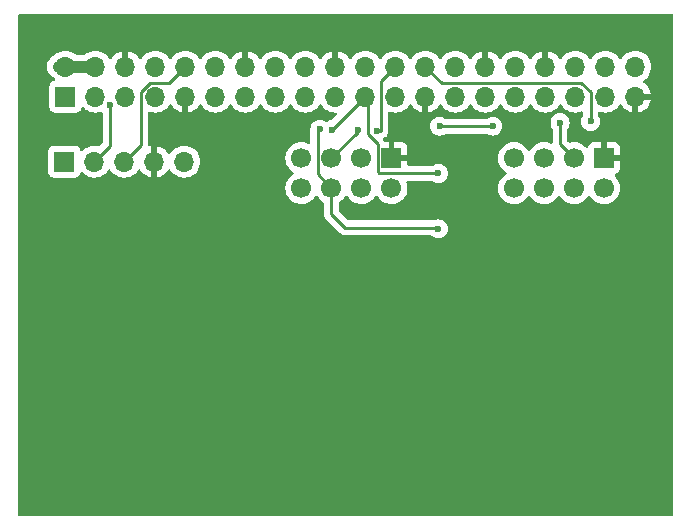
<source format=gbr>
%TF.GenerationSoftware,KiCad,Pcbnew,8.0.2-1*%
%TF.CreationDate,2024-05-21T18:09:58-07:00*%
%TF.ProjectId,pcb,7063622e-6b69-4636-9164-5f7063625858,rev?*%
%TF.SameCoordinates,Original*%
%TF.FileFunction,Copper,L2,Bot*%
%TF.FilePolarity,Positive*%
%FSLAX46Y46*%
G04 Gerber Fmt 4.6, Leading zero omitted, Abs format (unit mm)*
G04 Created by KiCad (PCBNEW 8.0.2-1) date 2024-05-21 18:09:58*
%MOMM*%
%LPD*%
G01*
G04 APERTURE LIST*
%TA.AperFunction,ComponentPad*%
%ADD10R,1.700000X1.700000*%
%TD*%
%TA.AperFunction,ComponentPad*%
%ADD11C,1.700000*%
%TD*%
%TA.AperFunction,ComponentPad*%
%ADD12O,1.700000X1.700000*%
%TD*%
%TA.AperFunction,ViaPad*%
%ADD13C,0.600000*%
%TD*%
%TA.AperFunction,Conductor*%
%ADD14C,0.250000*%
%TD*%
%TA.AperFunction,Conductor*%
%ADD15C,1.000000*%
%TD*%
G04 APERTURE END LIST*
D10*
%TO.P,U2,1,GND*%
%TO.N,GND*%
X139625000Y-68210500D03*
D11*
%TO.P,U2,2,VCC*%
%TO.N,+3V3*%
X139625000Y-70750500D03*
%TO.P,U2,3,CE*%
%TO.N,Net-(J1-GCLK2{slash}GPIO6)*%
X137085000Y-68210500D03*
%TO.P,U2,4,~{CSN}*%
%TO.N,Net-(J1-~{CE1}{slash}GPIO7)*%
X137085000Y-70750500D03*
%TO.P,U2,5,SCK*%
%TO.N,Net-(J1-SCLK0{slash}GPIO11)*%
X134545000Y-68210500D03*
%TO.P,U2,6,MOSI*%
%TO.N,Net-(J1-MOSI0{slash}GPIO10)*%
X134545000Y-70750500D03*
%TO.P,U2,7,MISO*%
%TO.N,Net-(J1-MISO0{slash}GPIO9)*%
X132005000Y-68210500D03*
%TO.P,U2,8,IRQ*%
%TO.N,unconnected-(U2-IRQ-Pad8)*%
X132005000Y-70750500D03*
%TD*%
D10*
%TO.P,J2,1,3V3*%
%TO.N,+3V3*%
X93920000Y-68500000D03*
D12*
%TO.P,J2,2,TX*%
%TO.N,Net-(J1-GPIO14{slash}TXD)*%
X96460000Y-68500000D03*
%TO.P,J2,3,RX*%
%TO.N,Net-(J1-GPIO15{slash}RXD)*%
X99000000Y-68500000D03*
%TO.P,J2,4,GND*%
%TO.N,GND*%
X101540000Y-68500000D03*
%TO.P,J2,5,5V*%
%TO.N,+5V*%
X104080000Y-68500000D03*
%TD*%
D10*
%TO.P,U1,1,GND*%
%TO.N,GND*%
X121625000Y-68210500D03*
D11*
%TO.P,U1,2,VCC*%
%TO.N,+3V3*%
X121625000Y-70750500D03*
%TO.P,U1,3,CE*%
%TO.N,Net-(J1-GCLK1{slash}GPIO5)*%
X119085000Y-68210500D03*
%TO.P,U1,4,~{CSN}*%
%TO.N,Net-(J1-~{CE0}{slash}GPIO8)*%
X119085000Y-70750500D03*
%TO.P,U1,5,SCK*%
%TO.N,Net-(J1-SCLK0{slash}GPIO11)*%
X116545000Y-68210500D03*
%TO.P,U1,6,MOSI*%
%TO.N,Net-(J1-MOSI0{slash}GPIO10)*%
X116545000Y-70750500D03*
%TO.P,U1,7,MISO*%
%TO.N,Net-(J1-MISO0{slash}GPIO9)*%
X114005000Y-68210500D03*
%TO.P,U1,8,IRQ*%
%TO.N,unconnected-(U1-IRQ-Pad8)*%
X114005000Y-70750500D03*
%TD*%
D10*
%TO.P,J1,1,3V3*%
%TO.N,+3V3*%
X94020000Y-63000000D03*
D12*
%TO.P,J1,2,5V*%
%TO.N,+5V*%
X94020000Y-60460000D03*
%TO.P,J1,3,SDA/GPIO2*%
%TO.N,unconnected-(J1-SDA{slash}GPIO2-Pad3)*%
X96560000Y-63000000D03*
%TO.P,J1,4,5V*%
%TO.N,+5V*%
X96560000Y-60460000D03*
%TO.P,J1,5,SCL/GPIO3*%
%TO.N,unconnected-(J1-SCL{slash}GPIO3-Pad5)*%
X99100000Y-63000000D03*
%TO.P,J1,6,GND*%
%TO.N,GND*%
X99100000Y-60460000D03*
%TO.P,J1,7,GCLK0/GPIO4*%
%TO.N,unconnected-(J1-GCLK0{slash}GPIO4-Pad7)*%
X101640000Y-63000000D03*
%TO.P,J1,8,GPIO14/TXD*%
%TO.N,Net-(J1-GPIO14{slash}TXD)*%
X101640000Y-60460000D03*
%TO.P,J1,9,GND*%
%TO.N,GND*%
X104180000Y-63000000D03*
%TO.P,J1,10,GPIO15/RXD*%
%TO.N,Net-(J1-GPIO15{slash}RXD)*%
X104180000Y-60460000D03*
%TO.P,J1,11,GPIO17*%
%TO.N,unconnected-(J1-GPIO17-Pad11)*%
X106720000Y-63000000D03*
%TO.P,J1,12,GPIO18/PWM0*%
%TO.N,unconnected-(J1-GPIO18{slash}PWM0-Pad12)*%
X106720000Y-60460000D03*
%TO.P,J1,13,GPIO27*%
%TO.N,unconnected-(J1-GPIO27-Pad13)*%
X109260000Y-63000000D03*
%TO.P,J1,14,GND*%
%TO.N,GND*%
X109260000Y-60460000D03*
%TO.P,J1,15,GPIO22*%
%TO.N,unconnected-(J1-GPIO22-Pad15)*%
X111800000Y-63000000D03*
%TO.P,J1,16,GPIO23*%
%TO.N,unconnected-(J1-GPIO23-Pad16)*%
X111800000Y-60460000D03*
%TO.P,J1,17,3V3*%
%TO.N,+3V3*%
X114340000Y-63000000D03*
%TO.P,J1,18,GPIO24*%
%TO.N,unconnected-(J1-GPIO24-Pad18)*%
X114340000Y-60460000D03*
%TO.P,J1,19,MOSI0/GPIO10*%
%TO.N,Net-(J1-MOSI0{slash}GPIO10)*%
X116880000Y-63000000D03*
%TO.P,J1,20,GND*%
%TO.N,GND*%
X116880000Y-60460000D03*
%TO.P,J1,21,MISO0/GPIO9*%
%TO.N,Net-(J1-MISO0{slash}GPIO9)*%
X119420000Y-63000000D03*
%TO.P,J1,22,GPIO25*%
%TO.N,unconnected-(J1-GPIO25-Pad22)*%
X119420000Y-60460000D03*
%TO.P,J1,23,SCLK0/GPIO11*%
%TO.N,Net-(J1-SCLK0{slash}GPIO11)*%
X121960000Y-63000000D03*
%TO.P,J1,24,~{CE0}/GPIO8*%
%TO.N,Net-(J1-~{CE0}{slash}GPIO8)*%
X121960000Y-60460000D03*
%TO.P,J1,25,GND*%
%TO.N,GND*%
X124500000Y-63000000D03*
%TO.P,J1,26,~{CE1}/GPIO7*%
%TO.N,Net-(J1-~{CE1}{slash}GPIO7)*%
X124500000Y-60460000D03*
%TO.P,J1,27,ID_SD/GPIO0*%
%TO.N,unconnected-(J1-ID_SD{slash}GPIO0-Pad27)*%
X127040000Y-63000000D03*
%TO.P,J1,28,ID_SC/GPIO1*%
%TO.N,unconnected-(J1-ID_SC{slash}GPIO1-Pad28)*%
X127040000Y-60460000D03*
%TO.P,J1,29,GCLK1/GPIO5*%
%TO.N,Net-(J1-GCLK1{slash}GPIO5)*%
X129580000Y-63000000D03*
%TO.P,J1,30,GND*%
%TO.N,GND*%
X129580000Y-60460000D03*
%TO.P,J1,31,GCLK2/GPIO6*%
%TO.N,Net-(J1-GCLK2{slash}GPIO6)*%
X132120000Y-63000000D03*
%TO.P,J1,32,PWM0/GPIO12*%
%TO.N,unconnected-(J1-PWM0{slash}GPIO12-Pad32)*%
X132120000Y-60460000D03*
%TO.P,J1,33,PWM1/GPIO13*%
%TO.N,unconnected-(J1-PWM1{slash}GPIO13-Pad33)*%
X134660000Y-63000000D03*
%TO.P,J1,34,GND*%
%TO.N,GND*%
X134660000Y-60460000D03*
%TO.P,J1,35,GPIO19/MISO1*%
%TO.N,unconnected-(J1-GPIO19{slash}MISO1-Pad35)*%
X137200000Y-63000000D03*
%TO.P,J1,36,GPIO16*%
%TO.N,unconnected-(J1-GPIO16-Pad36)*%
X137200000Y-60460000D03*
%TO.P,J1,37,GPIO26*%
%TO.N,unconnected-(J1-GPIO26-Pad37)*%
X139740000Y-63000000D03*
%TO.P,J1,38,GPIO20/MOSI1*%
%TO.N,unconnected-(J1-GPIO20{slash}MOSI1-Pad38)*%
X139740000Y-60460000D03*
%TO.P,J1,39,GND*%
%TO.N,GND*%
X142280000Y-63000000D03*
%TO.P,J1,40,GPIO21/SCLK1*%
%TO.N,unconnected-(J1-GPIO21{slash}SCLK1-Pad40)*%
X142280000Y-60460000D03*
%TD*%
D13*
%TO.N,GND*%
X134600000Y-76800000D03*
X116600000Y-76800000D03*
%TO.N,Net-(J1-GPIO14{slash}TXD)*%
X97800000Y-63700000D03*
%TO.N,Net-(J1-GCLK2{slash}GPIO6)*%
X135900000Y-65200000D03*
%TO.N,Net-(J1-~{CE1}{slash}GPIO7)*%
X138500000Y-65100000D03*
%TO.N,Net-(J1-~{CE0}{slash}GPIO8)*%
X120400000Y-65900000D03*
%TO.N,Net-(J1-MOSI0{slash}GPIO10)*%
X115565808Y-65765808D03*
X125600000Y-74200000D03*
%TO.N,Net-(J1-SCLK0{slash}GPIO11)*%
X118800000Y-65800000D03*
X125700000Y-65500000D03*
X130205000Y-65500000D03*
%TO.N,Net-(J1-MISO0{slash}GPIO9)*%
X116600000Y-65800000D03*
X125600000Y-69500000D03*
%TD*%
D14*
%TO.N,Net-(J1-GPIO14{slash}TXD)*%
X97800000Y-67160000D02*
X96460000Y-68500000D01*
X97800000Y-63700000D02*
X97800000Y-67160000D01*
%TO.N,Net-(J1-GCLK2{slash}GPIO6)*%
X135900000Y-67025500D02*
X137085000Y-68210500D01*
X137085000Y-67965000D02*
X137085000Y-68210500D01*
X135900000Y-65200000D02*
X135900000Y-67025500D01*
D15*
%TO.N,+5V*%
X94020000Y-60460000D02*
X93460000Y-60460000D01*
X94020000Y-60460000D02*
X96560000Y-60460000D01*
D14*
%TO.N,Net-(J1-~{CE1}{slash}GPIO7)*%
X125865000Y-61825000D02*
X130066701Y-61825000D01*
X138500000Y-62638299D02*
X138500000Y-65100000D01*
X137686701Y-61825000D02*
X138500000Y-62638299D01*
X130066701Y-61825000D02*
X137686701Y-61825000D01*
X124500000Y-60460000D02*
X125865000Y-61825000D01*
%TO.N,Net-(J1-~{CE0}{slash}GPIO8)*%
X120400000Y-65900000D02*
X120721701Y-65900000D01*
X120721701Y-65900000D02*
X120721701Y-61698299D01*
X120721701Y-61698299D02*
X121960000Y-60460000D01*
%TO.N,Net-(J1-MOSI0{slash}GPIO10)*%
X115370000Y-69575500D02*
X116545000Y-70750500D01*
X115370000Y-65961616D02*
X115370000Y-69575500D01*
X125500000Y-74100000D02*
X125600000Y-74200000D01*
X116545000Y-70750500D02*
X116545000Y-72945000D01*
X115565808Y-65765808D02*
X115370000Y-65961616D01*
X116545000Y-72945000D02*
X117700000Y-74100000D01*
X117700000Y-74100000D02*
X118100000Y-74100000D01*
X118100000Y-74100000D02*
X125500000Y-74100000D01*
%TO.N,Net-(J1-GPIO15{slash}RXD)*%
X101153299Y-61825000D02*
X100400000Y-62578299D01*
X102815000Y-61825000D02*
X101153299Y-61825000D01*
X100400000Y-62578299D02*
X100400000Y-67100000D01*
X100400000Y-67100000D02*
X99000000Y-68500000D01*
X104180000Y-60460000D02*
X102815000Y-61825000D01*
%TO.N,Net-(J1-SCLK0{slash}GPIO11)*%
X121755500Y-63000000D02*
X121960000Y-63000000D01*
X116545000Y-68210500D02*
X118800000Y-65955500D01*
X118800000Y-65955500D02*
X118800000Y-65800000D01*
X130205000Y-65500000D02*
X125700000Y-65500000D01*
%TO.N,Net-(J1-MISO0{slash}GPIO9)*%
X119600000Y-63180000D02*
X119600000Y-66185500D01*
X120450000Y-67035500D02*
X120450000Y-69385500D01*
X119600000Y-66185500D02*
X120450000Y-67035500D01*
X116600000Y-65800000D02*
X116620000Y-65800000D01*
X119420000Y-63000000D02*
X119600000Y-63180000D01*
X120564500Y-69500000D02*
X125600000Y-69500000D01*
X119420000Y-63000000D02*
X119775000Y-63355000D01*
X116620000Y-65800000D02*
X119420000Y-63000000D01*
X120450000Y-69385500D02*
X120564500Y-69500000D01*
X114209500Y-68210500D02*
X114005000Y-68210500D01*
%TD*%
%TA.AperFunction,Conductor*%
%TO.N,GND*%
G36*
X145442539Y-56020185D02*
G01*
X145488294Y-56072989D01*
X145499500Y-56124500D01*
X145499500Y-98375500D01*
X145479815Y-98442539D01*
X145427011Y-98488294D01*
X145375500Y-98499500D01*
X90124500Y-98499500D01*
X90057461Y-98479815D01*
X90011706Y-98427011D01*
X90000500Y-98375500D01*
X90000500Y-60558543D01*
X92459499Y-60558543D01*
X92497947Y-60751829D01*
X92497950Y-60751839D01*
X92573364Y-60933907D01*
X92573371Y-60933920D01*
X92682860Y-61097781D01*
X92682863Y-61097785D01*
X92822217Y-61237139D01*
X92931710Y-61310299D01*
X92986086Y-61346632D01*
X92986089Y-61346633D01*
X92991461Y-61349505D01*
X92990713Y-61350903D01*
X93021708Y-61371604D01*
X93103430Y-61453326D01*
X93136915Y-61514649D01*
X93131931Y-61584341D01*
X93090059Y-61640274D01*
X93059083Y-61657189D01*
X92927669Y-61706203D01*
X92927664Y-61706206D01*
X92812455Y-61792452D01*
X92812452Y-61792455D01*
X92726206Y-61907664D01*
X92726202Y-61907671D01*
X92675908Y-62042517D01*
X92669501Y-62102116D01*
X92669500Y-62102135D01*
X92669500Y-63897870D01*
X92669501Y-63897876D01*
X92675908Y-63957483D01*
X92726202Y-64092328D01*
X92726206Y-64092335D01*
X92812452Y-64207544D01*
X92812455Y-64207547D01*
X92927664Y-64293793D01*
X92927671Y-64293797D01*
X93062517Y-64344091D01*
X93062516Y-64344091D01*
X93069444Y-64344835D01*
X93122127Y-64350500D01*
X94917872Y-64350499D01*
X94977483Y-64344091D01*
X95112331Y-64293796D01*
X95227546Y-64207546D01*
X95313796Y-64092331D01*
X95362810Y-63960916D01*
X95404681Y-63904984D01*
X95470145Y-63880566D01*
X95538418Y-63895417D01*
X95566673Y-63916569D01*
X95688599Y-64038495D01*
X95785384Y-64106265D01*
X95882165Y-64174032D01*
X95882167Y-64174033D01*
X95882170Y-64174035D01*
X96096337Y-64273903D01*
X96096343Y-64273904D01*
X96096344Y-64273905D01*
X96129347Y-64282748D01*
X96324592Y-64335063D01*
X96501034Y-64350500D01*
X96559999Y-64355659D01*
X96560000Y-64355659D01*
X96560001Y-64355659D01*
X96618966Y-64350500D01*
X96795408Y-64335063D01*
X97018408Y-64275311D01*
X97088257Y-64276974D01*
X97146119Y-64316137D01*
X97173623Y-64380365D01*
X97174500Y-64395086D01*
X97174500Y-66849547D01*
X97154815Y-66916586D01*
X97138181Y-66937228D01*
X96915646Y-67159762D01*
X96854323Y-67193247D01*
X96795872Y-67191856D01*
X96695413Y-67164938D01*
X96695403Y-67164936D01*
X96460001Y-67144341D01*
X96459999Y-67144341D01*
X96224596Y-67164936D01*
X96224586Y-67164938D01*
X95996344Y-67226094D01*
X95996335Y-67226098D01*
X95782171Y-67325964D01*
X95782169Y-67325965D01*
X95588600Y-67461503D01*
X95466673Y-67583430D01*
X95405350Y-67616914D01*
X95335658Y-67611930D01*
X95279725Y-67570058D01*
X95262810Y-67539081D01*
X95213797Y-67407671D01*
X95213793Y-67407664D01*
X95127547Y-67292455D01*
X95127544Y-67292452D01*
X95012335Y-67206206D01*
X95012328Y-67206202D01*
X94877482Y-67155908D01*
X94877483Y-67155908D01*
X94817883Y-67149501D01*
X94817881Y-67149500D01*
X94817873Y-67149500D01*
X94817864Y-67149500D01*
X93022129Y-67149500D01*
X93022123Y-67149501D01*
X92962516Y-67155908D01*
X92827671Y-67206202D01*
X92827664Y-67206206D01*
X92712455Y-67292452D01*
X92712452Y-67292455D01*
X92626206Y-67407664D01*
X92626202Y-67407671D01*
X92575908Y-67542517D01*
X92569501Y-67602116D01*
X92569500Y-67602135D01*
X92569500Y-69397870D01*
X92569501Y-69397876D01*
X92575908Y-69457483D01*
X92626202Y-69592328D01*
X92626206Y-69592335D01*
X92712452Y-69707544D01*
X92712455Y-69707547D01*
X92827664Y-69793793D01*
X92827671Y-69793797D01*
X92962517Y-69844091D01*
X92962516Y-69844091D01*
X92969444Y-69844835D01*
X93022127Y-69850500D01*
X94817872Y-69850499D01*
X94877483Y-69844091D01*
X95012331Y-69793796D01*
X95127546Y-69707546D01*
X95213796Y-69592331D01*
X95262810Y-69460916D01*
X95304681Y-69404984D01*
X95370145Y-69380566D01*
X95438418Y-69395417D01*
X95466673Y-69416569D01*
X95588599Y-69538495D01*
X95668999Y-69594792D01*
X95782165Y-69674032D01*
X95782167Y-69674033D01*
X95782170Y-69674035D01*
X95996337Y-69773903D01*
X96224592Y-69835063D01*
X96401034Y-69850500D01*
X96459999Y-69855659D01*
X96460000Y-69855659D01*
X96460001Y-69855659D01*
X96518966Y-69850500D01*
X96695408Y-69835063D01*
X96923663Y-69773903D01*
X97137830Y-69674035D01*
X97331401Y-69538495D01*
X97498495Y-69371401D01*
X97628425Y-69185842D01*
X97683002Y-69142217D01*
X97752500Y-69135023D01*
X97814855Y-69166546D01*
X97831575Y-69185842D01*
X97961500Y-69371395D01*
X97961505Y-69371401D01*
X98128599Y-69538495D01*
X98208999Y-69594792D01*
X98322165Y-69674032D01*
X98322167Y-69674033D01*
X98322170Y-69674035D01*
X98536337Y-69773903D01*
X98764592Y-69835063D01*
X98941034Y-69850500D01*
X98999999Y-69855659D01*
X99000000Y-69855659D01*
X99000001Y-69855659D01*
X99058966Y-69850500D01*
X99235408Y-69835063D01*
X99463663Y-69773903D01*
X99677830Y-69674035D01*
X99871401Y-69538495D01*
X100038495Y-69371401D01*
X100168730Y-69185405D01*
X100223307Y-69141781D01*
X100292805Y-69134587D01*
X100355160Y-69166110D01*
X100371879Y-69185405D01*
X100501890Y-69371078D01*
X100668917Y-69538105D01*
X100862421Y-69673600D01*
X101076507Y-69773429D01*
X101076516Y-69773433D01*
X101290000Y-69830634D01*
X101290000Y-68933012D01*
X101347007Y-68965925D01*
X101474174Y-69000000D01*
X101605826Y-69000000D01*
X101732993Y-68965925D01*
X101790000Y-68933012D01*
X101790000Y-69830633D01*
X102003483Y-69773433D01*
X102003492Y-69773429D01*
X102217578Y-69673600D01*
X102411082Y-69538105D01*
X102578105Y-69371082D01*
X102708119Y-69185405D01*
X102762696Y-69141781D01*
X102832195Y-69134588D01*
X102894549Y-69166110D01*
X102911269Y-69185405D01*
X103041505Y-69371401D01*
X103208599Y-69538495D01*
X103288999Y-69594792D01*
X103402165Y-69674032D01*
X103402167Y-69674033D01*
X103402170Y-69674035D01*
X103616337Y-69773903D01*
X103844592Y-69835063D01*
X104021034Y-69850500D01*
X104079999Y-69855659D01*
X104080000Y-69855659D01*
X104080001Y-69855659D01*
X104138966Y-69850500D01*
X104315408Y-69835063D01*
X104543663Y-69773903D01*
X104757830Y-69674035D01*
X104951401Y-69538495D01*
X105118495Y-69371401D01*
X105254035Y-69177830D01*
X105353903Y-68963663D01*
X105415063Y-68735408D01*
X105435659Y-68500000D01*
X105415063Y-68264592D01*
X105353903Y-68036337D01*
X105254035Y-67822171D01*
X105248731Y-67814595D01*
X105118494Y-67628597D01*
X104951402Y-67461506D01*
X104951395Y-67461501D01*
X104757834Y-67325967D01*
X104757830Y-67325965D01*
X104689965Y-67294319D01*
X104543663Y-67226097D01*
X104543659Y-67226096D01*
X104543655Y-67226094D01*
X104315413Y-67164938D01*
X104315403Y-67164936D01*
X104080001Y-67144341D01*
X104079999Y-67144341D01*
X103844596Y-67164936D01*
X103844586Y-67164938D01*
X103616344Y-67226094D01*
X103616335Y-67226098D01*
X103402171Y-67325964D01*
X103402169Y-67325965D01*
X103208597Y-67461505D01*
X103041508Y-67628594D01*
X102911269Y-67814595D01*
X102856692Y-67858219D01*
X102787193Y-67865412D01*
X102724839Y-67833890D01*
X102708119Y-67814594D01*
X102578113Y-67628926D01*
X102578108Y-67628920D01*
X102411082Y-67461894D01*
X102217578Y-67326399D01*
X102003492Y-67226570D01*
X102003486Y-67226567D01*
X101790000Y-67169364D01*
X101790000Y-68066988D01*
X101732993Y-68034075D01*
X101605826Y-68000000D01*
X101474174Y-68000000D01*
X101347007Y-68034075D01*
X101290000Y-68066988D01*
X101290000Y-67169364D01*
X101289999Y-67169363D01*
X101181593Y-67198411D01*
X101111744Y-67196748D01*
X101053881Y-67157585D01*
X101026377Y-67093357D01*
X101025500Y-67078636D01*
X101025500Y-64395086D01*
X101045185Y-64328047D01*
X101097989Y-64282292D01*
X101167147Y-64272348D01*
X101181587Y-64275309D01*
X101404592Y-64335063D01*
X101581034Y-64350500D01*
X101639999Y-64355659D01*
X101640000Y-64355659D01*
X101640001Y-64355659D01*
X101698966Y-64350500D01*
X101875408Y-64335063D01*
X102103663Y-64273903D01*
X102317830Y-64174035D01*
X102511401Y-64038495D01*
X102678495Y-63871401D01*
X102808730Y-63685405D01*
X102863307Y-63641781D01*
X102932805Y-63634587D01*
X102995160Y-63666110D01*
X103011879Y-63685405D01*
X103141890Y-63871078D01*
X103308917Y-64038105D01*
X103502421Y-64173600D01*
X103716507Y-64273429D01*
X103716516Y-64273433D01*
X103930000Y-64330634D01*
X103930000Y-63433012D01*
X103987007Y-63465925D01*
X104114174Y-63500000D01*
X104245826Y-63500000D01*
X104372993Y-63465925D01*
X104430000Y-63433012D01*
X104430000Y-64330634D01*
X104643483Y-64273433D01*
X104643492Y-64273429D01*
X104857578Y-64173600D01*
X105051082Y-64038105D01*
X105218105Y-63871082D01*
X105348119Y-63685405D01*
X105402696Y-63641781D01*
X105472195Y-63634588D01*
X105534549Y-63666110D01*
X105551269Y-63685405D01*
X105681505Y-63871401D01*
X105848599Y-64038495D01*
X105945384Y-64106265D01*
X106042165Y-64174032D01*
X106042167Y-64174033D01*
X106042170Y-64174035D01*
X106256337Y-64273903D01*
X106256343Y-64273904D01*
X106256344Y-64273905D01*
X106289347Y-64282748D01*
X106484592Y-64335063D01*
X106661034Y-64350500D01*
X106719999Y-64355659D01*
X106720000Y-64355659D01*
X106720001Y-64355659D01*
X106778966Y-64350500D01*
X106955408Y-64335063D01*
X107183663Y-64273903D01*
X107397830Y-64174035D01*
X107591401Y-64038495D01*
X107758495Y-63871401D01*
X107888425Y-63685842D01*
X107943002Y-63642217D01*
X108012500Y-63635023D01*
X108074855Y-63666546D01*
X108091575Y-63685842D01*
X108221281Y-63871082D01*
X108221505Y-63871401D01*
X108388599Y-64038495D01*
X108485384Y-64106265D01*
X108582165Y-64174032D01*
X108582167Y-64174033D01*
X108582170Y-64174035D01*
X108796337Y-64273903D01*
X108796343Y-64273904D01*
X108796344Y-64273905D01*
X108829347Y-64282748D01*
X109024592Y-64335063D01*
X109201034Y-64350500D01*
X109259999Y-64355659D01*
X109260000Y-64355659D01*
X109260001Y-64355659D01*
X109318966Y-64350500D01*
X109495408Y-64335063D01*
X109723663Y-64273903D01*
X109937830Y-64174035D01*
X110131401Y-64038495D01*
X110298495Y-63871401D01*
X110428425Y-63685842D01*
X110483002Y-63642217D01*
X110552500Y-63635023D01*
X110614855Y-63666546D01*
X110631575Y-63685842D01*
X110761281Y-63871082D01*
X110761505Y-63871401D01*
X110928599Y-64038495D01*
X111025384Y-64106265D01*
X111122165Y-64174032D01*
X111122167Y-64174033D01*
X111122170Y-64174035D01*
X111336337Y-64273903D01*
X111336343Y-64273904D01*
X111336344Y-64273905D01*
X111369347Y-64282748D01*
X111564592Y-64335063D01*
X111741034Y-64350500D01*
X111799999Y-64355659D01*
X111800000Y-64355659D01*
X111800001Y-64355659D01*
X111858966Y-64350500D01*
X112035408Y-64335063D01*
X112263663Y-64273903D01*
X112477830Y-64174035D01*
X112671401Y-64038495D01*
X112838495Y-63871401D01*
X112968425Y-63685842D01*
X113023002Y-63642217D01*
X113092500Y-63635023D01*
X113154855Y-63666546D01*
X113171575Y-63685842D01*
X113301281Y-63871082D01*
X113301505Y-63871401D01*
X113468599Y-64038495D01*
X113565384Y-64106265D01*
X113662165Y-64174032D01*
X113662167Y-64174033D01*
X113662170Y-64174035D01*
X113876337Y-64273903D01*
X113876343Y-64273904D01*
X113876344Y-64273905D01*
X113909347Y-64282748D01*
X114104592Y-64335063D01*
X114281034Y-64350500D01*
X114339999Y-64355659D01*
X114340000Y-64355659D01*
X114340001Y-64355659D01*
X114398966Y-64350500D01*
X114575408Y-64335063D01*
X114803663Y-64273903D01*
X115017830Y-64174035D01*
X115211401Y-64038495D01*
X115378495Y-63871401D01*
X115508425Y-63685842D01*
X115563002Y-63642217D01*
X115632500Y-63635023D01*
X115694855Y-63666546D01*
X115711575Y-63685842D01*
X115841281Y-63871082D01*
X115841505Y-63871401D01*
X116008599Y-64038495D01*
X116105384Y-64106265D01*
X116202165Y-64174032D01*
X116202167Y-64174033D01*
X116202170Y-64174035D01*
X116416337Y-64273903D01*
X116416343Y-64273904D01*
X116416344Y-64273905D01*
X116449347Y-64282748D01*
X116644592Y-64335063D01*
X116821034Y-64350500D01*
X116879999Y-64355659D01*
X116880388Y-64355659D01*
X116880553Y-64355707D01*
X116885394Y-64356131D01*
X116885308Y-64357103D01*
X116947427Y-64375344D01*
X116993182Y-64428148D01*
X117003126Y-64497306D01*
X116974101Y-64560862D01*
X116968069Y-64567340D01*
X116564160Y-64971248D01*
X116502837Y-65004733D01*
X116490363Y-65006787D01*
X116420750Y-65014630D01*
X116250476Y-65074211D01*
X116250472Y-65074213D01*
X116176082Y-65120955D01*
X116108845Y-65139955D01*
X116044139Y-65120955D01*
X115915331Y-65040019D01*
X115745062Y-64980439D01*
X115745057Y-64980438D01*
X115565812Y-64960243D01*
X115565804Y-64960243D01*
X115386558Y-64980438D01*
X115386553Y-64980439D01*
X115216284Y-65040019D01*
X115063545Y-65135992D01*
X114935992Y-65263545D01*
X114840019Y-65416284D01*
X114780439Y-65586553D01*
X114780438Y-65586558D01*
X114760243Y-65765804D01*
X114760243Y-65765813D01*
X114762043Y-65781800D01*
X114760440Y-65819862D01*
X114744500Y-65900009D01*
X114744500Y-66870581D01*
X114724815Y-66937620D01*
X114672011Y-66983375D01*
X114602853Y-66993319D01*
X114568095Y-66982963D01*
X114548646Y-66973894D01*
X114468663Y-66936597D01*
X114468659Y-66936596D01*
X114468655Y-66936594D01*
X114240413Y-66875438D01*
X114240403Y-66875436D01*
X114005001Y-66854841D01*
X114004999Y-66854841D01*
X113769596Y-66875436D01*
X113769586Y-66875438D01*
X113541344Y-66936594D01*
X113541335Y-66936598D01*
X113327171Y-67036464D01*
X113327169Y-67036465D01*
X113133597Y-67172005D01*
X112966505Y-67339097D01*
X112830965Y-67532669D01*
X112830964Y-67532671D01*
X112731098Y-67746835D01*
X112731094Y-67746844D01*
X112669938Y-67975086D01*
X112669936Y-67975096D01*
X112649341Y-68210499D01*
X112649341Y-68210500D01*
X112669936Y-68445903D01*
X112669938Y-68445913D01*
X112731094Y-68674155D01*
X112731096Y-68674159D01*
X112731097Y-68674163D01*
X112811004Y-68845523D01*
X112830965Y-68888330D01*
X112830967Y-68888334D01*
X112907573Y-68997738D01*
X112966501Y-69081896D01*
X112966506Y-69081902D01*
X113133597Y-69248993D01*
X113133603Y-69248998D01*
X113319158Y-69378925D01*
X113362783Y-69433502D01*
X113369977Y-69503000D01*
X113338454Y-69565355D01*
X113319158Y-69582075D01*
X113133597Y-69712005D01*
X112966505Y-69879097D01*
X112830965Y-70072669D01*
X112830964Y-70072671D01*
X112731098Y-70286835D01*
X112731094Y-70286844D01*
X112669938Y-70515086D01*
X112669936Y-70515096D01*
X112649341Y-70750499D01*
X112649341Y-70750500D01*
X112669936Y-70985903D01*
X112669938Y-70985913D01*
X112731094Y-71214155D01*
X112731096Y-71214159D01*
X112731097Y-71214163D01*
X112735000Y-71222532D01*
X112830965Y-71428330D01*
X112830967Y-71428334D01*
X112939281Y-71583021D01*
X112966505Y-71621901D01*
X113133599Y-71788995D01*
X113230384Y-71856765D01*
X113327165Y-71924532D01*
X113327167Y-71924533D01*
X113327170Y-71924535D01*
X113541337Y-72024403D01*
X113541343Y-72024404D01*
X113541344Y-72024405D01*
X113596285Y-72039126D01*
X113769592Y-72085563D01*
X113957918Y-72102039D01*
X114004999Y-72106159D01*
X114005000Y-72106159D01*
X114005001Y-72106159D01*
X114044234Y-72102726D01*
X114240408Y-72085563D01*
X114468663Y-72024403D01*
X114682830Y-71924535D01*
X114876401Y-71788995D01*
X115043495Y-71621901D01*
X115173425Y-71436342D01*
X115228002Y-71392717D01*
X115297500Y-71385523D01*
X115359855Y-71417046D01*
X115376575Y-71436342D01*
X115506500Y-71621895D01*
X115506505Y-71621901D01*
X115673599Y-71788995D01*
X115866624Y-71924153D01*
X115910248Y-71978728D01*
X115919500Y-72025726D01*
X115919500Y-73006611D01*
X115943535Y-73127444D01*
X115943540Y-73127461D01*
X115990685Y-73241280D01*
X115990690Y-73241289D01*
X116024914Y-73292507D01*
X116024915Y-73292509D01*
X116059140Y-73343731D01*
X116059141Y-73343732D01*
X116059142Y-73343733D01*
X116146267Y-73430858D01*
X116146268Y-73430858D01*
X116153335Y-73437925D01*
X116153334Y-73437925D01*
X116153338Y-73437928D01*
X117301263Y-74585855D01*
X117301267Y-74585858D01*
X117403710Y-74654309D01*
X117403711Y-74654309D01*
X117403715Y-74654312D01*
X117470396Y-74681931D01*
X117470398Y-74681933D01*
X117517543Y-74701461D01*
X117517548Y-74701463D01*
X117537597Y-74705451D01*
X117571196Y-74712134D01*
X117638392Y-74725501D01*
X117638394Y-74725501D01*
X117767721Y-74725501D01*
X117767741Y-74725500D01*
X118038394Y-74725500D01*
X124942060Y-74725500D01*
X125009099Y-74745185D01*
X125029741Y-74761819D01*
X125097738Y-74829816D01*
X125250478Y-74925789D01*
X125420745Y-74985368D01*
X125420750Y-74985369D01*
X125599996Y-75005565D01*
X125600000Y-75005565D01*
X125600004Y-75005565D01*
X125779249Y-74985369D01*
X125779252Y-74985368D01*
X125779255Y-74985368D01*
X125949522Y-74925789D01*
X126102262Y-74829816D01*
X126229816Y-74702262D01*
X126325789Y-74549522D01*
X126385368Y-74379255D01*
X126405565Y-74200000D01*
X126385368Y-74020745D01*
X126325789Y-73850478D01*
X126229816Y-73697738D01*
X126102262Y-73570184D01*
X125949523Y-73474211D01*
X125779254Y-73414631D01*
X125779249Y-73414630D01*
X125600004Y-73394435D01*
X125599996Y-73394435D01*
X125420750Y-73414630D01*
X125420737Y-73414633D01*
X125269539Y-73467541D01*
X125228584Y-73474500D01*
X118010453Y-73474500D01*
X117943414Y-73454815D01*
X117922772Y-73438181D01*
X117206819Y-72722228D01*
X117173334Y-72660905D01*
X117170500Y-72634547D01*
X117170500Y-72025726D01*
X117190185Y-71958687D01*
X117223374Y-71924154D01*
X117416401Y-71788995D01*
X117583495Y-71621901D01*
X117713425Y-71436342D01*
X117768002Y-71392717D01*
X117837500Y-71385523D01*
X117899855Y-71417046D01*
X117916575Y-71436342D01*
X118046500Y-71621895D01*
X118046505Y-71621901D01*
X118213599Y-71788995D01*
X118310384Y-71856765D01*
X118407165Y-71924532D01*
X118407167Y-71924533D01*
X118407170Y-71924535D01*
X118621337Y-72024403D01*
X118621343Y-72024404D01*
X118621344Y-72024405D01*
X118676285Y-72039126D01*
X118849592Y-72085563D01*
X119037918Y-72102039D01*
X119084999Y-72106159D01*
X119085000Y-72106159D01*
X119085001Y-72106159D01*
X119124234Y-72102726D01*
X119320408Y-72085563D01*
X119548663Y-72024403D01*
X119762830Y-71924535D01*
X119956401Y-71788995D01*
X120123495Y-71621901D01*
X120253425Y-71436342D01*
X120308002Y-71392717D01*
X120377500Y-71385523D01*
X120439855Y-71417046D01*
X120456575Y-71436342D01*
X120586500Y-71621895D01*
X120586505Y-71621901D01*
X120753599Y-71788995D01*
X120850384Y-71856765D01*
X120947165Y-71924532D01*
X120947167Y-71924533D01*
X120947170Y-71924535D01*
X121161337Y-72024403D01*
X121161343Y-72024404D01*
X121161344Y-72024405D01*
X121216285Y-72039126D01*
X121389592Y-72085563D01*
X121577918Y-72102039D01*
X121624999Y-72106159D01*
X121625000Y-72106159D01*
X121625001Y-72106159D01*
X121664234Y-72102726D01*
X121860408Y-72085563D01*
X122088663Y-72024403D01*
X122302830Y-71924535D01*
X122496401Y-71788995D01*
X122663495Y-71621901D01*
X122799035Y-71428330D01*
X122898903Y-71214163D01*
X122960063Y-70985908D01*
X122980659Y-70750500D01*
X122960063Y-70515092D01*
X122898903Y-70286837D01*
X122897502Y-70281607D01*
X122899907Y-70280962D01*
X122896486Y-70221451D01*
X122930825Y-70160602D01*
X122992610Y-70127977D01*
X123017272Y-70125500D01*
X125055145Y-70125500D01*
X125121116Y-70144505D01*
X125250478Y-70225789D01*
X125401023Y-70278467D01*
X125420745Y-70285368D01*
X125420750Y-70285369D01*
X125599996Y-70305565D01*
X125600000Y-70305565D01*
X125600004Y-70305565D01*
X125779249Y-70285369D01*
X125779252Y-70285368D01*
X125779255Y-70285368D01*
X125949522Y-70225789D01*
X126102262Y-70129816D01*
X126229816Y-70002262D01*
X126325789Y-69849522D01*
X126385368Y-69679255D01*
X126385956Y-69674035D01*
X126405565Y-69500003D01*
X126405565Y-69499996D01*
X126385369Y-69320750D01*
X126385368Y-69320745D01*
X126360263Y-69248998D01*
X126325789Y-69150478D01*
X126320324Y-69141781D01*
X126229815Y-68997737D01*
X126102262Y-68870184D01*
X125949523Y-68774211D01*
X125779254Y-68714631D01*
X125779249Y-68714630D01*
X125600004Y-68694435D01*
X125599996Y-68694435D01*
X125420750Y-68714630D01*
X125420745Y-68714631D01*
X125250476Y-68774211D01*
X125121117Y-68855494D01*
X125055145Y-68874500D01*
X123099000Y-68874500D01*
X123031961Y-68854815D01*
X122986206Y-68802011D01*
X122975000Y-68750500D01*
X122975000Y-68460500D01*
X122058012Y-68460500D01*
X122090925Y-68403493D01*
X122125000Y-68276326D01*
X122125000Y-68210499D01*
X130649341Y-68210499D01*
X130649341Y-68210500D01*
X130669936Y-68445903D01*
X130669938Y-68445913D01*
X130731094Y-68674155D01*
X130731096Y-68674159D01*
X130731097Y-68674163D01*
X130811004Y-68845523D01*
X130830965Y-68888330D01*
X130830967Y-68888334D01*
X130907573Y-68997738D01*
X130966501Y-69081896D01*
X130966506Y-69081902D01*
X131133597Y-69248993D01*
X131133603Y-69248998D01*
X131319158Y-69378925D01*
X131362783Y-69433502D01*
X131369977Y-69503000D01*
X131338454Y-69565355D01*
X131319158Y-69582075D01*
X131133597Y-69712005D01*
X130966505Y-69879097D01*
X130830965Y-70072669D01*
X130830964Y-70072671D01*
X130731098Y-70286835D01*
X130731094Y-70286844D01*
X130669938Y-70515086D01*
X130669936Y-70515096D01*
X130649341Y-70750499D01*
X130649341Y-70750500D01*
X130669936Y-70985903D01*
X130669938Y-70985913D01*
X130731094Y-71214155D01*
X130731096Y-71214159D01*
X130731097Y-71214163D01*
X130735000Y-71222532D01*
X130830965Y-71428330D01*
X130830967Y-71428334D01*
X130939281Y-71583021D01*
X130966505Y-71621901D01*
X131133599Y-71788995D01*
X131230384Y-71856765D01*
X131327165Y-71924532D01*
X131327167Y-71924533D01*
X131327170Y-71924535D01*
X131541337Y-72024403D01*
X131541343Y-72024404D01*
X131541344Y-72024405D01*
X131596285Y-72039126D01*
X131769592Y-72085563D01*
X131957918Y-72102039D01*
X132004999Y-72106159D01*
X132005000Y-72106159D01*
X132005001Y-72106159D01*
X132044234Y-72102726D01*
X132240408Y-72085563D01*
X132468663Y-72024403D01*
X132682830Y-71924535D01*
X132876401Y-71788995D01*
X133043495Y-71621901D01*
X133173425Y-71436342D01*
X133228002Y-71392717D01*
X133297500Y-71385523D01*
X133359855Y-71417046D01*
X133376575Y-71436342D01*
X133506500Y-71621895D01*
X133506505Y-71621901D01*
X133673599Y-71788995D01*
X133770384Y-71856765D01*
X133867165Y-71924532D01*
X133867167Y-71924533D01*
X133867170Y-71924535D01*
X134081337Y-72024403D01*
X134081343Y-72024404D01*
X134081344Y-72024405D01*
X134136285Y-72039126D01*
X134309592Y-72085563D01*
X134497918Y-72102039D01*
X134544999Y-72106159D01*
X134545000Y-72106159D01*
X134545001Y-72106159D01*
X134584234Y-72102726D01*
X134780408Y-72085563D01*
X135008663Y-72024403D01*
X135222830Y-71924535D01*
X135416401Y-71788995D01*
X135583495Y-71621901D01*
X135713425Y-71436342D01*
X135768002Y-71392717D01*
X135837500Y-71385523D01*
X135899855Y-71417046D01*
X135916575Y-71436342D01*
X136046500Y-71621895D01*
X136046505Y-71621901D01*
X136213599Y-71788995D01*
X136310384Y-71856765D01*
X136407165Y-71924532D01*
X136407167Y-71924533D01*
X136407170Y-71924535D01*
X136621337Y-72024403D01*
X136621343Y-72024404D01*
X136621344Y-72024405D01*
X136676285Y-72039126D01*
X136849592Y-72085563D01*
X137037918Y-72102039D01*
X137084999Y-72106159D01*
X137085000Y-72106159D01*
X137085001Y-72106159D01*
X137124234Y-72102726D01*
X137320408Y-72085563D01*
X137548663Y-72024403D01*
X137762830Y-71924535D01*
X137956401Y-71788995D01*
X138123495Y-71621901D01*
X138253425Y-71436342D01*
X138308002Y-71392717D01*
X138377500Y-71385523D01*
X138439855Y-71417046D01*
X138456575Y-71436342D01*
X138586500Y-71621895D01*
X138586505Y-71621901D01*
X138753599Y-71788995D01*
X138850384Y-71856765D01*
X138947165Y-71924532D01*
X138947167Y-71924533D01*
X138947170Y-71924535D01*
X139161337Y-72024403D01*
X139161343Y-72024404D01*
X139161344Y-72024405D01*
X139216285Y-72039126D01*
X139389592Y-72085563D01*
X139577918Y-72102039D01*
X139624999Y-72106159D01*
X139625000Y-72106159D01*
X139625001Y-72106159D01*
X139664234Y-72102726D01*
X139860408Y-72085563D01*
X140088663Y-72024403D01*
X140302830Y-71924535D01*
X140496401Y-71788995D01*
X140663495Y-71621901D01*
X140799035Y-71428330D01*
X140898903Y-71214163D01*
X140960063Y-70985908D01*
X140980659Y-70750500D01*
X140960063Y-70515092D01*
X140898903Y-70286837D01*
X140799035Y-70072671D01*
X140793424Y-70064658D01*
X140663496Y-69879100D01*
X140615029Y-69830633D01*
X140541179Y-69756783D01*
X140507696Y-69695463D01*
X140512680Y-69625771D01*
X140554551Y-69569837D01*
X140585529Y-69552922D01*
X140717086Y-69503854D01*
X140717093Y-69503850D01*
X140832187Y-69417690D01*
X140832190Y-69417687D01*
X140918350Y-69302593D01*
X140918354Y-69302586D01*
X140968596Y-69167879D01*
X140968598Y-69167872D01*
X140974999Y-69108344D01*
X140975000Y-69108327D01*
X140975000Y-68460500D01*
X140058012Y-68460500D01*
X140090925Y-68403493D01*
X140125000Y-68276326D01*
X140125000Y-68144674D01*
X140090925Y-68017507D01*
X140058012Y-67960500D01*
X140975000Y-67960500D01*
X140975000Y-67312672D01*
X140974999Y-67312655D01*
X140968598Y-67253127D01*
X140968596Y-67253120D01*
X140918354Y-67118413D01*
X140918350Y-67118406D01*
X140832190Y-67003312D01*
X140832187Y-67003309D01*
X140717093Y-66917149D01*
X140717086Y-66917145D01*
X140582379Y-66866903D01*
X140582372Y-66866901D01*
X140522844Y-66860500D01*
X139875000Y-66860500D01*
X139875000Y-67777488D01*
X139817993Y-67744575D01*
X139690826Y-67710500D01*
X139559174Y-67710500D01*
X139432007Y-67744575D01*
X139375000Y-67777488D01*
X139375000Y-66860500D01*
X138727155Y-66860500D01*
X138667627Y-66866901D01*
X138667620Y-66866903D01*
X138532913Y-66917145D01*
X138532906Y-66917149D01*
X138417812Y-67003309D01*
X138417809Y-67003312D01*
X138331649Y-67118406D01*
X138331645Y-67118413D01*
X138282578Y-67249970D01*
X138240707Y-67305904D01*
X138175242Y-67330321D01*
X138106969Y-67315469D01*
X138078715Y-67294319D01*
X138034366Y-67249970D01*
X137956401Y-67172005D01*
X137956397Y-67172002D01*
X137956396Y-67172001D01*
X137762834Y-67036467D01*
X137762830Y-67036465D01*
X137670303Y-66993319D01*
X137548663Y-66936597D01*
X137548659Y-66936596D01*
X137548655Y-66936594D01*
X137320413Y-66875438D01*
X137320403Y-66875436D01*
X137085001Y-66854841D01*
X137084999Y-66854841D01*
X136849596Y-66875436D01*
X136849586Y-66875438D01*
X136749126Y-66902356D01*
X136679276Y-66900693D01*
X136629352Y-66870262D01*
X136561819Y-66802729D01*
X136528334Y-66741406D01*
X136525500Y-66715048D01*
X136525500Y-65744854D01*
X136544507Y-65678881D01*
X136625788Y-65549524D01*
X136643119Y-65499996D01*
X136685368Y-65379255D01*
X136691960Y-65320750D01*
X136705565Y-65200003D01*
X136705565Y-65199996D01*
X136685369Y-65020750D01*
X136685368Y-65020745D01*
X136677605Y-64998560D01*
X136625789Y-64850478D01*
X136529816Y-64697738D01*
X136402262Y-64570184D01*
X136378321Y-64555141D01*
X136249523Y-64474211D01*
X136079254Y-64414631D01*
X136079249Y-64414630D01*
X135900004Y-64394435D01*
X135899996Y-64394435D01*
X135720750Y-64414630D01*
X135720745Y-64414631D01*
X135550476Y-64474211D01*
X135397737Y-64570184D01*
X135270184Y-64697737D01*
X135174211Y-64850476D01*
X135114631Y-65020745D01*
X135114630Y-65020750D01*
X135094435Y-65199996D01*
X135094435Y-65200003D01*
X135114630Y-65379249D01*
X135114631Y-65379254D01*
X135174211Y-65549524D01*
X135255493Y-65678881D01*
X135274500Y-65744854D01*
X135274500Y-66865918D01*
X135254815Y-66932957D01*
X135202011Y-66978712D01*
X135132853Y-66988656D01*
X135098095Y-66978300D01*
X135088646Y-66973894D01*
X135008663Y-66936597D01*
X135008659Y-66936596D01*
X135008655Y-66936594D01*
X134780413Y-66875438D01*
X134780403Y-66875436D01*
X134545001Y-66854841D01*
X134544999Y-66854841D01*
X134309596Y-66875436D01*
X134309586Y-66875438D01*
X134081344Y-66936594D01*
X134081335Y-66936598D01*
X133867171Y-67036464D01*
X133867169Y-67036465D01*
X133673597Y-67172005D01*
X133506505Y-67339097D01*
X133376575Y-67524658D01*
X133321998Y-67568283D01*
X133252500Y-67575477D01*
X133190145Y-67543954D01*
X133173425Y-67524658D01*
X133043494Y-67339097D01*
X132876402Y-67172006D01*
X132876395Y-67172001D01*
X132853413Y-67155909D01*
X132799854Y-67118406D01*
X132682834Y-67036467D01*
X132682830Y-67036465D01*
X132590303Y-66993319D01*
X132468663Y-66936597D01*
X132468659Y-66936596D01*
X132468655Y-66936594D01*
X132240413Y-66875438D01*
X132240403Y-66875436D01*
X132005001Y-66854841D01*
X132004999Y-66854841D01*
X131769596Y-66875436D01*
X131769586Y-66875438D01*
X131541344Y-66936594D01*
X131541335Y-66936598D01*
X131327171Y-67036464D01*
X131327169Y-67036465D01*
X131133597Y-67172005D01*
X130966505Y-67339097D01*
X130830965Y-67532669D01*
X130830964Y-67532671D01*
X130731098Y-67746835D01*
X130731094Y-67746844D01*
X130669938Y-67975086D01*
X130669936Y-67975096D01*
X130649341Y-68210499D01*
X122125000Y-68210499D01*
X122125000Y-68144674D01*
X122090925Y-68017507D01*
X122058012Y-67960500D01*
X122975000Y-67960500D01*
X122975000Y-67312672D01*
X122974999Y-67312655D01*
X122968598Y-67253127D01*
X122968596Y-67253120D01*
X122918354Y-67118413D01*
X122918350Y-67118406D01*
X122832190Y-67003312D01*
X122832187Y-67003309D01*
X122717093Y-66917149D01*
X122717086Y-66917145D01*
X122582379Y-66866903D01*
X122582372Y-66866901D01*
X122522844Y-66860500D01*
X121875000Y-66860500D01*
X121875000Y-67777488D01*
X121817993Y-67744575D01*
X121690826Y-67710500D01*
X121559174Y-67710500D01*
X121432007Y-67744575D01*
X121375000Y-67777488D01*
X121375000Y-66860500D01*
X121137403Y-66860500D01*
X121070364Y-66840815D01*
X121024609Y-66788011D01*
X121022861Y-66783998D01*
X121004312Y-66739215D01*
X120942119Y-66646137D01*
X120921241Y-66579460D01*
X120939725Y-66512080D01*
X120991704Y-66465389D01*
X120997750Y-66462693D01*
X121017987Y-66454311D01*
X121120434Y-66385858D01*
X121207559Y-66298733D01*
X121276012Y-66196286D01*
X121323164Y-66082452D01*
X121347201Y-65961606D01*
X121347201Y-65499996D01*
X124894435Y-65499996D01*
X124894435Y-65500003D01*
X124914630Y-65679249D01*
X124914631Y-65679254D01*
X124974211Y-65849523D01*
X125055728Y-65979255D01*
X125070184Y-66002262D01*
X125197738Y-66129816D01*
X125221117Y-66144506D01*
X125303519Y-66196283D01*
X125350478Y-66225789D01*
X125511374Y-66282089D01*
X125520745Y-66285368D01*
X125520750Y-66285369D01*
X125699996Y-66305565D01*
X125700000Y-66305565D01*
X125700004Y-66305565D01*
X125879249Y-66285369D01*
X125879252Y-66285368D01*
X125879255Y-66285368D01*
X126049522Y-66225789D01*
X126178883Y-66144505D01*
X126244855Y-66125500D01*
X129660145Y-66125500D01*
X129726117Y-66144506D01*
X129808519Y-66196283D01*
X129855478Y-66225789D01*
X130016374Y-66282089D01*
X130025745Y-66285368D01*
X130025750Y-66285369D01*
X130204996Y-66305565D01*
X130205000Y-66305565D01*
X130205004Y-66305565D01*
X130384249Y-66285369D01*
X130384252Y-66285368D01*
X130384255Y-66285368D01*
X130554522Y-66225789D01*
X130707262Y-66129816D01*
X130834816Y-66002262D01*
X130930789Y-65849522D01*
X130990368Y-65679255D01*
X130996960Y-65620750D01*
X131010565Y-65500003D01*
X131010565Y-65499996D01*
X130990369Y-65320750D01*
X130990368Y-65320745D01*
X130930789Y-65150478D01*
X130912238Y-65120955D01*
X130834815Y-64997737D01*
X130707262Y-64870184D01*
X130554523Y-64774211D01*
X130384254Y-64714631D01*
X130384249Y-64714630D01*
X130205004Y-64694435D01*
X130204996Y-64694435D01*
X130025750Y-64714630D01*
X130025745Y-64714631D01*
X129855476Y-64774211D01*
X129726117Y-64855494D01*
X129660145Y-64874500D01*
X126244855Y-64874500D01*
X126178883Y-64855494D01*
X126049523Y-64774211D01*
X125879254Y-64714631D01*
X125879249Y-64714630D01*
X125700004Y-64694435D01*
X125699996Y-64694435D01*
X125520750Y-64714630D01*
X125520745Y-64714631D01*
X125350476Y-64774211D01*
X125197737Y-64870184D01*
X125070184Y-64997737D01*
X124974211Y-65150476D01*
X124914631Y-65320745D01*
X124914630Y-65320750D01*
X124894435Y-65499996D01*
X121347201Y-65499996D01*
X121347201Y-64395542D01*
X121366886Y-64328503D01*
X121419690Y-64282748D01*
X121488848Y-64272804D01*
X121503292Y-64275766D01*
X121724592Y-64335063D01*
X121901034Y-64350500D01*
X121959999Y-64355659D01*
X121960000Y-64355659D01*
X121960001Y-64355659D01*
X122018966Y-64350500D01*
X122195408Y-64335063D01*
X122423663Y-64273903D01*
X122637830Y-64174035D01*
X122831401Y-64038495D01*
X122998495Y-63871401D01*
X123128730Y-63685405D01*
X123183307Y-63641781D01*
X123252805Y-63634587D01*
X123315160Y-63666110D01*
X123331879Y-63685405D01*
X123461890Y-63871078D01*
X123628917Y-64038105D01*
X123822421Y-64173600D01*
X124036507Y-64273429D01*
X124036516Y-64273433D01*
X124250000Y-64330634D01*
X124250000Y-63433012D01*
X124307007Y-63465925D01*
X124434174Y-63500000D01*
X124565826Y-63500000D01*
X124692993Y-63465925D01*
X124750000Y-63433012D01*
X124750000Y-64330634D01*
X124963483Y-64273433D01*
X124963492Y-64273429D01*
X125177578Y-64173600D01*
X125371082Y-64038105D01*
X125538105Y-63871082D01*
X125668119Y-63685405D01*
X125722696Y-63641781D01*
X125792195Y-63634588D01*
X125854549Y-63666110D01*
X125871269Y-63685405D01*
X126001505Y-63871401D01*
X126168599Y-64038495D01*
X126265384Y-64106265D01*
X126362165Y-64174032D01*
X126362167Y-64174033D01*
X126362170Y-64174035D01*
X126576337Y-64273903D01*
X126576343Y-64273904D01*
X126576344Y-64273905D01*
X126609347Y-64282748D01*
X126804592Y-64335063D01*
X126981034Y-64350500D01*
X127039999Y-64355659D01*
X127040000Y-64355659D01*
X127040001Y-64355659D01*
X127098966Y-64350500D01*
X127275408Y-64335063D01*
X127503663Y-64273903D01*
X127717830Y-64174035D01*
X127911401Y-64038495D01*
X128078495Y-63871401D01*
X128208425Y-63685842D01*
X128263002Y-63642217D01*
X128332500Y-63635023D01*
X128394855Y-63666546D01*
X128411575Y-63685842D01*
X128541281Y-63871082D01*
X128541505Y-63871401D01*
X128708599Y-64038495D01*
X128805384Y-64106265D01*
X128902165Y-64174032D01*
X128902167Y-64174033D01*
X128902170Y-64174035D01*
X129116337Y-64273903D01*
X129116343Y-64273904D01*
X129116344Y-64273905D01*
X129149347Y-64282748D01*
X129344592Y-64335063D01*
X129521034Y-64350500D01*
X129579999Y-64355659D01*
X129580000Y-64355659D01*
X129580001Y-64355659D01*
X129638966Y-64350500D01*
X129815408Y-64335063D01*
X130043663Y-64273903D01*
X130257830Y-64174035D01*
X130451401Y-64038495D01*
X130618495Y-63871401D01*
X130748425Y-63685842D01*
X130803002Y-63642217D01*
X130872500Y-63635023D01*
X130934855Y-63666546D01*
X130951575Y-63685842D01*
X131081281Y-63871082D01*
X131081505Y-63871401D01*
X131248599Y-64038495D01*
X131345384Y-64106265D01*
X131442165Y-64174032D01*
X131442167Y-64174033D01*
X131442170Y-64174035D01*
X131656337Y-64273903D01*
X131656343Y-64273904D01*
X131656344Y-64273905D01*
X131689347Y-64282748D01*
X131884592Y-64335063D01*
X132061034Y-64350500D01*
X132119999Y-64355659D01*
X132120000Y-64355659D01*
X132120001Y-64355659D01*
X132178966Y-64350500D01*
X132355408Y-64335063D01*
X132583663Y-64273903D01*
X132797830Y-64174035D01*
X132991401Y-64038495D01*
X133158495Y-63871401D01*
X133288425Y-63685842D01*
X133343002Y-63642217D01*
X133412500Y-63635023D01*
X133474855Y-63666546D01*
X133491575Y-63685842D01*
X133621281Y-63871082D01*
X133621505Y-63871401D01*
X133788599Y-64038495D01*
X133885384Y-64106265D01*
X133982165Y-64174032D01*
X133982167Y-64174033D01*
X133982170Y-64174035D01*
X134196337Y-64273903D01*
X134196343Y-64273904D01*
X134196344Y-64273905D01*
X134229347Y-64282748D01*
X134424592Y-64335063D01*
X134601034Y-64350500D01*
X134659999Y-64355659D01*
X134660000Y-64355659D01*
X134660001Y-64355659D01*
X134718966Y-64350500D01*
X134895408Y-64335063D01*
X135123663Y-64273903D01*
X135337830Y-64174035D01*
X135531401Y-64038495D01*
X135698495Y-63871401D01*
X135828425Y-63685842D01*
X135883002Y-63642217D01*
X135952500Y-63635023D01*
X136014855Y-63666546D01*
X136031575Y-63685842D01*
X136161281Y-63871082D01*
X136161505Y-63871401D01*
X136328599Y-64038495D01*
X136425384Y-64106265D01*
X136522165Y-64174032D01*
X136522167Y-64174033D01*
X136522170Y-64174035D01*
X136736337Y-64273903D01*
X136736343Y-64273904D01*
X136736344Y-64273905D01*
X136769347Y-64282748D01*
X136964592Y-64335063D01*
X137141034Y-64350500D01*
X137199999Y-64355659D01*
X137200000Y-64355659D01*
X137200001Y-64355659D01*
X137258966Y-64350500D01*
X137435408Y-64335063D01*
X137663663Y-64273903D01*
X137698095Y-64257846D01*
X137767170Y-64247354D01*
X137830955Y-64275872D01*
X137869196Y-64334348D01*
X137874500Y-64370228D01*
X137874500Y-64555145D01*
X137855494Y-64621117D01*
X137774211Y-64750476D01*
X137714631Y-64920745D01*
X137714630Y-64920750D01*
X137694435Y-65099996D01*
X137694435Y-65100003D01*
X137714630Y-65279249D01*
X137714631Y-65279254D01*
X137774211Y-65449523D01*
X137870184Y-65602262D01*
X137997738Y-65729816D01*
X138150478Y-65825789D01*
X138300309Y-65878217D01*
X138320745Y-65885368D01*
X138320750Y-65885369D01*
X138499996Y-65905565D01*
X138500000Y-65905565D01*
X138500004Y-65905565D01*
X138679249Y-65885369D01*
X138679252Y-65885368D01*
X138679255Y-65885368D01*
X138849522Y-65825789D01*
X139002262Y-65729816D01*
X139129816Y-65602262D01*
X139225789Y-65449522D01*
X139285368Y-65279255D01*
X139287138Y-65263545D01*
X139305565Y-65100003D01*
X139305565Y-65099996D01*
X139285369Y-64920750D01*
X139285368Y-64920745D01*
X139262536Y-64855494D01*
X139225789Y-64750478D01*
X139203265Y-64714632D01*
X139144506Y-64621117D01*
X139125500Y-64555145D01*
X139125500Y-64395086D01*
X139145185Y-64328047D01*
X139197989Y-64282292D01*
X139267147Y-64272348D01*
X139281587Y-64275309D01*
X139504592Y-64335063D01*
X139681034Y-64350500D01*
X139739999Y-64355659D01*
X139740000Y-64355659D01*
X139740001Y-64355659D01*
X139798966Y-64350500D01*
X139975408Y-64335063D01*
X140203663Y-64273903D01*
X140417830Y-64174035D01*
X140611401Y-64038495D01*
X140778495Y-63871401D01*
X140908730Y-63685405D01*
X140963307Y-63641781D01*
X141032805Y-63634587D01*
X141095160Y-63666110D01*
X141111879Y-63685405D01*
X141241890Y-63871078D01*
X141408917Y-64038105D01*
X141602421Y-64173600D01*
X141816507Y-64273429D01*
X141816516Y-64273433D01*
X142030000Y-64330634D01*
X142030000Y-63433012D01*
X142087007Y-63465925D01*
X142214174Y-63500000D01*
X142345826Y-63500000D01*
X142472993Y-63465925D01*
X142530000Y-63433012D01*
X142530000Y-64330633D01*
X142743483Y-64273433D01*
X142743492Y-64273429D01*
X142957578Y-64173600D01*
X143151082Y-64038105D01*
X143318105Y-63871082D01*
X143453600Y-63677578D01*
X143553429Y-63463492D01*
X143553432Y-63463486D01*
X143610636Y-63250000D01*
X142713012Y-63250000D01*
X142745925Y-63192993D01*
X142780000Y-63065826D01*
X142780000Y-62934174D01*
X142745925Y-62807007D01*
X142713012Y-62750000D01*
X143610636Y-62750000D01*
X143610635Y-62749999D01*
X143553432Y-62536513D01*
X143553429Y-62536507D01*
X143453600Y-62322422D01*
X143453599Y-62322420D01*
X143318113Y-62128926D01*
X143318108Y-62128920D01*
X143151078Y-61961890D01*
X142965405Y-61831879D01*
X142921780Y-61777302D01*
X142914588Y-61707804D01*
X142946110Y-61645449D01*
X142965406Y-61628730D01*
X142966279Y-61628119D01*
X143151401Y-61498495D01*
X143318495Y-61331401D01*
X143454035Y-61137830D01*
X143553903Y-60923663D01*
X143615063Y-60695408D01*
X143635659Y-60460000D01*
X143615063Y-60224592D01*
X143553903Y-59996337D01*
X143454035Y-59782171D01*
X143448731Y-59774595D01*
X143318494Y-59588597D01*
X143151402Y-59421506D01*
X143151395Y-59421501D01*
X142957834Y-59285967D01*
X142957830Y-59285965D01*
X142957828Y-59285964D01*
X142743663Y-59186097D01*
X142743659Y-59186096D01*
X142743655Y-59186094D01*
X142515413Y-59124938D01*
X142515403Y-59124936D01*
X142280001Y-59104341D01*
X142279999Y-59104341D01*
X142044596Y-59124936D01*
X142044586Y-59124938D01*
X141816344Y-59186094D01*
X141816335Y-59186098D01*
X141602171Y-59285964D01*
X141602169Y-59285965D01*
X141408597Y-59421505D01*
X141241505Y-59588597D01*
X141111575Y-59774158D01*
X141056998Y-59817783D01*
X140987500Y-59824977D01*
X140925145Y-59793454D01*
X140908425Y-59774158D01*
X140778494Y-59588597D01*
X140611402Y-59421506D01*
X140611395Y-59421501D01*
X140417834Y-59285967D01*
X140417830Y-59285965D01*
X140417828Y-59285964D01*
X140203663Y-59186097D01*
X140203659Y-59186096D01*
X140203655Y-59186094D01*
X139975413Y-59124938D01*
X139975403Y-59124936D01*
X139740001Y-59104341D01*
X139739999Y-59104341D01*
X139504596Y-59124936D01*
X139504586Y-59124938D01*
X139276344Y-59186094D01*
X139276335Y-59186098D01*
X139062171Y-59285964D01*
X139062169Y-59285965D01*
X138868597Y-59421505D01*
X138701505Y-59588597D01*
X138571575Y-59774158D01*
X138516998Y-59817783D01*
X138447500Y-59824977D01*
X138385145Y-59793454D01*
X138368425Y-59774158D01*
X138238494Y-59588597D01*
X138071402Y-59421506D01*
X138071395Y-59421501D01*
X137877834Y-59285967D01*
X137877830Y-59285965D01*
X137877828Y-59285964D01*
X137663663Y-59186097D01*
X137663659Y-59186096D01*
X137663655Y-59186094D01*
X137435413Y-59124938D01*
X137435403Y-59124936D01*
X137200001Y-59104341D01*
X137199999Y-59104341D01*
X136964596Y-59124936D01*
X136964586Y-59124938D01*
X136736344Y-59186094D01*
X136736335Y-59186098D01*
X136522171Y-59285964D01*
X136522169Y-59285965D01*
X136328597Y-59421505D01*
X136161508Y-59588594D01*
X136031269Y-59774595D01*
X135976692Y-59818219D01*
X135907193Y-59825412D01*
X135844839Y-59793890D01*
X135828119Y-59774594D01*
X135698113Y-59588926D01*
X135698108Y-59588920D01*
X135531082Y-59421894D01*
X135337578Y-59286399D01*
X135123492Y-59186570D01*
X135123486Y-59186567D01*
X134910000Y-59129364D01*
X134910000Y-60026988D01*
X134852993Y-59994075D01*
X134725826Y-59960000D01*
X134594174Y-59960000D01*
X134467007Y-59994075D01*
X134410000Y-60026988D01*
X134410000Y-59129364D01*
X134409999Y-59129364D01*
X134196513Y-59186567D01*
X134196507Y-59186570D01*
X133982422Y-59286399D01*
X133982420Y-59286400D01*
X133788926Y-59421886D01*
X133788920Y-59421891D01*
X133621891Y-59588920D01*
X133621890Y-59588922D01*
X133491880Y-59774595D01*
X133437303Y-59818219D01*
X133367804Y-59825412D01*
X133305450Y-59793890D01*
X133288730Y-59774594D01*
X133158494Y-59588597D01*
X132991402Y-59421506D01*
X132991395Y-59421501D01*
X132797834Y-59285967D01*
X132797830Y-59285965D01*
X132797828Y-59285964D01*
X132583663Y-59186097D01*
X132583659Y-59186096D01*
X132583655Y-59186094D01*
X132355413Y-59124938D01*
X132355403Y-59124936D01*
X132120001Y-59104341D01*
X132119999Y-59104341D01*
X131884596Y-59124936D01*
X131884586Y-59124938D01*
X131656344Y-59186094D01*
X131656335Y-59186098D01*
X131442171Y-59285964D01*
X131442169Y-59285965D01*
X131248597Y-59421505D01*
X131081508Y-59588594D01*
X130951269Y-59774595D01*
X130896692Y-59818219D01*
X130827193Y-59825412D01*
X130764839Y-59793890D01*
X130748119Y-59774594D01*
X130618113Y-59588926D01*
X130618108Y-59588920D01*
X130451082Y-59421894D01*
X130257578Y-59286399D01*
X130043492Y-59186570D01*
X130043486Y-59186567D01*
X129830000Y-59129364D01*
X129830000Y-60026988D01*
X129772993Y-59994075D01*
X129645826Y-59960000D01*
X129514174Y-59960000D01*
X129387007Y-59994075D01*
X129330000Y-60026988D01*
X129330000Y-59129364D01*
X129329999Y-59129364D01*
X129116513Y-59186567D01*
X129116507Y-59186570D01*
X128902422Y-59286399D01*
X128902420Y-59286400D01*
X128708926Y-59421886D01*
X128708920Y-59421891D01*
X128541891Y-59588920D01*
X128541890Y-59588922D01*
X128411880Y-59774595D01*
X128357303Y-59818219D01*
X128287804Y-59825412D01*
X128225450Y-59793890D01*
X128208730Y-59774594D01*
X128078494Y-59588597D01*
X127911402Y-59421506D01*
X127911395Y-59421501D01*
X127717834Y-59285967D01*
X127717830Y-59285965D01*
X127717828Y-59285964D01*
X127503663Y-59186097D01*
X127503659Y-59186096D01*
X127503655Y-59186094D01*
X127275413Y-59124938D01*
X127275403Y-59124936D01*
X127040001Y-59104341D01*
X127039999Y-59104341D01*
X126804596Y-59124936D01*
X126804586Y-59124938D01*
X126576344Y-59186094D01*
X126576335Y-59186098D01*
X126362171Y-59285964D01*
X126362169Y-59285965D01*
X126168597Y-59421505D01*
X126001505Y-59588597D01*
X125871575Y-59774158D01*
X125816998Y-59817783D01*
X125747500Y-59824977D01*
X125685145Y-59793454D01*
X125668425Y-59774158D01*
X125538494Y-59588597D01*
X125371402Y-59421506D01*
X125371395Y-59421501D01*
X125177834Y-59285967D01*
X125177830Y-59285965D01*
X125177828Y-59285964D01*
X124963663Y-59186097D01*
X124963659Y-59186096D01*
X124963655Y-59186094D01*
X124735413Y-59124938D01*
X124735403Y-59124936D01*
X124500001Y-59104341D01*
X124499999Y-59104341D01*
X124264596Y-59124936D01*
X124264586Y-59124938D01*
X124036344Y-59186094D01*
X124036335Y-59186098D01*
X123822171Y-59285964D01*
X123822169Y-59285965D01*
X123628597Y-59421505D01*
X123461505Y-59588597D01*
X123331575Y-59774158D01*
X123276998Y-59817783D01*
X123207500Y-59824977D01*
X123145145Y-59793454D01*
X123128425Y-59774158D01*
X122998494Y-59588597D01*
X122831402Y-59421506D01*
X122831395Y-59421501D01*
X122637834Y-59285967D01*
X122637830Y-59285965D01*
X122637828Y-59285964D01*
X122423663Y-59186097D01*
X122423659Y-59186096D01*
X122423655Y-59186094D01*
X122195413Y-59124938D01*
X122195403Y-59124936D01*
X121960001Y-59104341D01*
X121959999Y-59104341D01*
X121724596Y-59124936D01*
X121724586Y-59124938D01*
X121496344Y-59186094D01*
X121496335Y-59186098D01*
X121282171Y-59285964D01*
X121282169Y-59285965D01*
X121088597Y-59421505D01*
X120921505Y-59588597D01*
X120791575Y-59774158D01*
X120736998Y-59817783D01*
X120667500Y-59824977D01*
X120605145Y-59793454D01*
X120588425Y-59774158D01*
X120458494Y-59588597D01*
X120291402Y-59421506D01*
X120291395Y-59421501D01*
X120097834Y-59285967D01*
X120097830Y-59285965D01*
X120097828Y-59285964D01*
X119883663Y-59186097D01*
X119883659Y-59186096D01*
X119883655Y-59186094D01*
X119655413Y-59124938D01*
X119655403Y-59124936D01*
X119420001Y-59104341D01*
X119419999Y-59104341D01*
X119184596Y-59124936D01*
X119184586Y-59124938D01*
X118956344Y-59186094D01*
X118956335Y-59186098D01*
X118742171Y-59285964D01*
X118742169Y-59285965D01*
X118548597Y-59421505D01*
X118381508Y-59588594D01*
X118251269Y-59774595D01*
X118196692Y-59818219D01*
X118127193Y-59825412D01*
X118064839Y-59793890D01*
X118048119Y-59774594D01*
X117918113Y-59588926D01*
X117918108Y-59588920D01*
X117751082Y-59421894D01*
X117557578Y-59286399D01*
X117343492Y-59186570D01*
X117343486Y-59186567D01*
X117130000Y-59129364D01*
X117130000Y-60026988D01*
X117072993Y-59994075D01*
X116945826Y-59960000D01*
X116814174Y-59960000D01*
X116687007Y-59994075D01*
X116630000Y-60026988D01*
X116630000Y-59129364D01*
X116629999Y-59129364D01*
X116416513Y-59186567D01*
X116416507Y-59186570D01*
X116202422Y-59286399D01*
X116202420Y-59286400D01*
X116008926Y-59421886D01*
X116008920Y-59421891D01*
X115841891Y-59588920D01*
X115841890Y-59588922D01*
X115711880Y-59774595D01*
X115657303Y-59818219D01*
X115587804Y-59825412D01*
X115525450Y-59793890D01*
X115508730Y-59774594D01*
X115378494Y-59588597D01*
X115211402Y-59421506D01*
X115211395Y-59421501D01*
X115017834Y-59285967D01*
X115017830Y-59285965D01*
X115017828Y-59285964D01*
X114803663Y-59186097D01*
X114803659Y-59186096D01*
X114803655Y-59186094D01*
X114575413Y-59124938D01*
X114575403Y-59124936D01*
X114340001Y-59104341D01*
X114339999Y-59104341D01*
X114104596Y-59124936D01*
X114104586Y-59124938D01*
X113876344Y-59186094D01*
X113876335Y-59186098D01*
X113662171Y-59285964D01*
X113662169Y-59285965D01*
X113468597Y-59421505D01*
X113301505Y-59588597D01*
X113171575Y-59774158D01*
X113116998Y-59817783D01*
X113047500Y-59824977D01*
X112985145Y-59793454D01*
X112968425Y-59774158D01*
X112838494Y-59588597D01*
X112671402Y-59421506D01*
X112671395Y-59421501D01*
X112477834Y-59285967D01*
X112477830Y-59285965D01*
X112477828Y-59285964D01*
X112263663Y-59186097D01*
X112263659Y-59186096D01*
X112263655Y-59186094D01*
X112035413Y-59124938D01*
X112035403Y-59124936D01*
X111800001Y-59104341D01*
X111799999Y-59104341D01*
X111564596Y-59124936D01*
X111564586Y-59124938D01*
X111336344Y-59186094D01*
X111336335Y-59186098D01*
X111122171Y-59285964D01*
X111122169Y-59285965D01*
X110928597Y-59421505D01*
X110761508Y-59588594D01*
X110631269Y-59774595D01*
X110576692Y-59818219D01*
X110507193Y-59825412D01*
X110444839Y-59793890D01*
X110428119Y-59774594D01*
X110298113Y-59588926D01*
X110298108Y-59588920D01*
X110131082Y-59421894D01*
X109937578Y-59286399D01*
X109723492Y-59186570D01*
X109723486Y-59186567D01*
X109510000Y-59129364D01*
X109510000Y-60026988D01*
X109452993Y-59994075D01*
X109325826Y-59960000D01*
X109194174Y-59960000D01*
X109067007Y-59994075D01*
X109010000Y-60026988D01*
X109010000Y-59129364D01*
X109009999Y-59129364D01*
X108796513Y-59186567D01*
X108796507Y-59186570D01*
X108582422Y-59286399D01*
X108582420Y-59286400D01*
X108388926Y-59421886D01*
X108388920Y-59421891D01*
X108221891Y-59588920D01*
X108221890Y-59588922D01*
X108091880Y-59774595D01*
X108037303Y-59818219D01*
X107967804Y-59825412D01*
X107905450Y-59793890D01*
X107888730Y-59774594D01*
X107758494Y-59588597D01*
X107591402Y-59421506D01*
X107591395Y-59421501D01*
X107397834Y-59285967D01*
X107397830Y-59285965D01*
X107397828Y-59285964D01*
X107183663Y-59186097D01*
X107183659Y-59186096D01*
X107183655Y-59186094D01*
X106955413Y-59124938D01*
X106955403Y-59124936D01*
X106720001Y-59104341D01*
X106719999Y-59104341D01*
X106484596Y-59124936D01*
X106484586Y-59124938D01*
X106256344Y-59186094D01*
X106256335Y-59186098D01*
X106042171Y-59285964D01*
X106042169Y-59285965D01*
X105848597Y-59421505D01*
X105681505Y-59588597D01*
X105551575Y-59774158D01*
X105496998Y-59817783D01*
X105427500Y-59824977D01*
X105365145Y-59793454D01*
X105348425Y-59774158D01*
X105218494Y-59588597D01*
X105051402Y-59421506D01*
X105051395Y-59421501D01*
X104857834Y-59285967D01*
X104857830Y-59285965D01*
X104857828Y-59285964D01*
X104643663Y-59186097D01*
X104643659Y-59186096D01*
X104643655Y-59186094D01*
X104415413Y-59124938D01*
X104415403Y-59124936D01*
X104180001Y-59104341D01*
X104179999Y-59104341D01*
X103944596Y-59124936D01*
X103944586Y-59124938D01*
X103716344Y-59186094D01*
X103716335Y-59186098D01*
X103502171Y-59285964D01*
X103502169Y-59285965D01*
X103308597Y-59421505D01*
X103141505Y-59588597D01*
X103011575Y-59774158D01*
X102956998Y-59817783D01*
X102887500Y-59824977D01*
X102825145Y-59793454D01*
X102808425Y-59774158D01*
X102678494Y-59588597D01*
X102511402Y-59421506D01*
X102511395Y-59421501D01*
X102317834Y-59285967D01*
X102317830Y-59285965D01*
X102317828Y-59285964D01*
X102103663Y-59186097D01*
X102103659Y-59186096D01*
X102103655Y-59186094D01*
X101875413Y-59124938D01*
X101875403Y-59124936D01*
X101640001Y-59104341D01*
X101639999Y-59104341D01*
X101404596Y-59124936D01*
X101404586Y-59124938D01*
X101176344Y-59186094D01*
X101176335Y-59186098D01*
X100962171Y-59285964D01*
X100962169Y-59285965D01*
X100768597Y-59421505D01*
X100601508Y-59588594D01*
X100471269Y-59774595D01*
X100416692Y-59818219D01*
X100347193Y-59825412D01*
X100284839Y-59793890D01*
X100268119Y-59774594D01*
X100138113Y-59588926D01*
X100138108Y-59588920D01*
X99971082Y-59421894D01*
X99777578Y-59286399D01*
X99563492Y-59186570D01*
X99563486Y-59186567D01*
X99350000Y-59129364D01*
X99350000Y-60026988D01*
X99292993Y-59994075D01*
X99165826Y-59960000D01*
X99034174Y-59960000D01*
X98907007Y-59994075D01*
X98850000Y-60026988D01*
X98850000Y-59129364D01*
X98849999Y-59129364D01*
X98636513Y-59186567D01*
X98636507Y-59186570D01*
X98422422Y-59286399D01*
X98422420Y-59286400D01*
X98228926Y-59421886D01*
X98228920Y-59421891D01*
X98061891Y-59588920D01*
X98061890Y-59588922D01*
X97931880Y-59774595D01*
X97877303Y-59818219D01*
X97807804Y-59825412D01*
X97745450Y-59793890D01*
X97728730Y-59774594D01*
X97598494Y-59588597D01*
X97431402Y-59421506D01*
X97431395Y-59421501D01*
X97237834Y-59285967D01*
X97237830Y-59285965D01*
X97237828Y-59285964D01*
X97023663Y-59186097D01*
X97023659Y-59186096D01*
X97023655Y-59186094D01*
X96795413Y-59124938D01*
X96795403Y-59124936D01*
X96560001Y-59104341D01*
X96559999Y-59104341D01*
X96324596Y-59124936D01*
X96324586Y-59124938D01*
X96096344Y-59186094D01*
X96096335Y-59186098D01*
X95882171Y-59285964D01*
X95882169Y-59285965D01*
X95688597Y-59421505D01*
X95686922Y-59423181D01*
X95686000Y-59423684D01*
X95684449Y-59424986D01*
X95684187Y-59424674D01*
X95625599Y-59456666D01*
X95599241Y-59459500D01*
X94980758Y-59459500D01*
X94913719Y-59439815D01*
X94893077Y-59423181D01*
X94891402Y-59421506D01*
X94891395Y-59421501D01*
X94697834Y-59285967D01*
X94697830Y-59285965D01*
X94697828Y-59285964D01*
X94483663Y-59186097D01*
X94483659Y-59186096D01*
X94483655Y-59186094D01*
X94255413Y-59124938D01*
X94255403Y-59124936D01*
X94020001Y-59104341D01*
X94019999Y-59104341D01*
X93784596Y-59124936D01*
X93784586Y-59124938D01*
X93556344Y-59186094D01*
X93556335Y-59186098D01*
X93342171Y-59285964D01*
X93342169Y-59285965D01*
X93148600Y-59421503D01*
X93021705Y-59548398D01*
X92990718Y-59569103D01*
X92991462Y-59570494D01*
X92986083Y-59573368D01*
X92822222Y-59682857D01*
X92822214Y-59682863D01*
X92682863Y-59822214D01*
X92682860Y-59822218D01*
X92573371Y-59986079D01*
X92573364Y-59986092D01*
X92497950Y-60168160D01*
X92497947Y-60168170D01*
X92459500Y-60361456D01*
X92459500Y-60361459D01*
X92459500Y-60558541D01*
X92459500Y-60558543D01*
X92459499Y-60558543D01*
X90000500Y-60558543D01*
X90000500Y-56124500D01*
X90020185Y-56057461D01*
X90072989Y-56011706D01*
X90124500Y-56000500D01*
X145375500Y-56000500D01*
X145442539Y-56020185D01*
G37*
%TD.AperFunction*%
%TD*%
M02*

</source>
